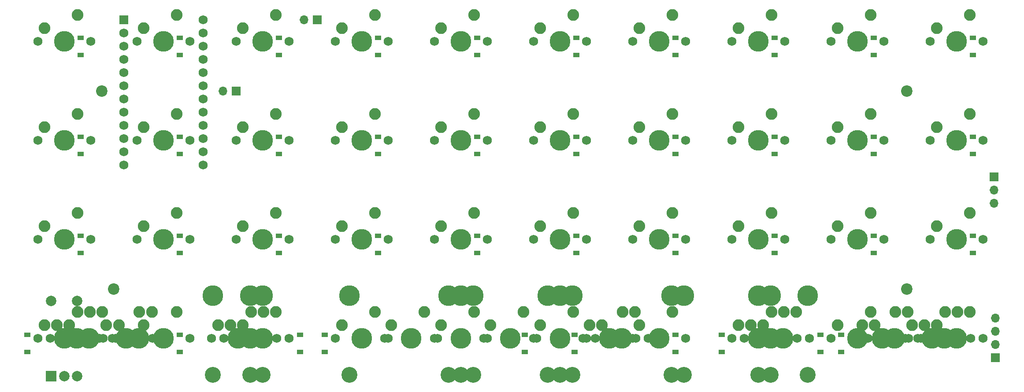
<source format=gbr>
%TF.GenerationSoftware,KiCad,Pcbnew,(6.0.4)*%
%TF.CreationDate,2022-03-28T09:41:55-07:00*%
%TF.ProjectId,Electrolytes,456c6563-7472-46f6-9c79-7465732e6b69,rev?*%
%TF.SameCoordinates,Original*%
%TF.FileFunction,Soldermask,Bot*%
%TF.FilePolarity,Negative*%
%FSLAX46Y46*%
G04 Gerber Fmt 4.6, Leading zero omitted, Abs format (unit mm)*
G04 Created by KiCad (PCBNEW (6.0.4)) date 2022-03-28 09:41:55*
%MOMM*%
%LPD*%
G01*
G04 APERTURE LIST*
%ADD10O,1.700000X1.700000*%
%ADD11R,1.700000X1.700000*%
%ADD12C,1.750000*%
%ADD13C,3.987800*%
%ADD14C,2.250000*%
%ADD15C,2.200000*%
%ADD16C,3.048000*%
%ADD17R,1.752600X1.752600*%
%ADD18C,1.752600*%
%ADD19R,2.000000X2.000000*%
%ADD20C,2.000000*%
%ADD21R,1.200000X0.900000*%
G04 APERTURE END LIST*
D10*
%TO.C,J3*%
X83949750Y-31869750D03*
D11*
X86489750Y-31869750D03*
%TD*%
D12*
%TO.C,MX3-1_0*%
X51834750Y-93185750D03*
X61994750Y-93185750D03*
D13*
X56914750Y-93185750D03*
D14*
X53104750Y-90645750D03*
X59454750Y-88105750D03*
%TD*%
D13*
%TO.C,MX7-2_5*%
X173596000Y-93185750D03*
D12*
X168516000Y-93185750D03*
X178676000Y-93185750D03*
D14*
X169786000Y-90645750D03*
X176136000Y-88105750D03*
%TD*%
D12*
%TO.C,MX4-3*%
X157244750Y-36035750D03*
D13*
X152164750Y-36035750D03*
D12*
X147084750Y-36035750D03*
D14*
X148354750Y-33495750D03*
X154704750Y-30955750D03*
%TD*%
D12*
%TO.C,MX5-1*%
X195344750Y-55085750D03*
X185184750Y-55085750D03*
D13*
X190264750Y-55085750D03*
D14*
X186454750Y-52545750D03*
X192804750Y-50005750D03*
%TD*%
D12*
%TO.C,MX3-0_0*%
X32784750Y-93185750D03*
D13*
X37864750Y-93185750D03*
D12*
X42944750Y-93185750D03*
D14*
X34054750Y-90645750D03*
X40404750Y-88105750D03*
%TD*%
D13*
%TO.C,MX5-0*%
X209314750Y-55085750D03*
D12*
X214394750Y-55085750D03*
X204234750Y-55085750D03*
D14*
X205504750Y-52545750D03*
X211854750Y-50005750D03*
%TD*%
D15*
%TO.C,H4*%
X199789750Y-83660750D03*
%TD*%
%TO.C,H3*%
X47389750Y-83660750D03*
%TD*%
D12*
%TO.C,MX6-0*%
X204234750Y-74135750D03*
X214394750Y-74135750D03*
D13*
X209314750Y-74135750D03*
D14*
X205504750Y-71595750D03*
X211854750Y-69055750D03*
%TD*%
D13*
%TO.C,MX0-4*%
X114064750Y-36035750D03*
D12*
X119144750Y-36035750D03*
X108984750Y-36035750D03*
D14*
X110254750Y-33495750D03*
X116604750Y-30955750D03*
%TD*%
D13*
%TO.C,MX1-3*%
X95014750Y-55085750D03*
D12*
X89934750Y-55085750D03*
X100094750Y-55085750D03*
D14*
X91204750Y-52545750D03*
X97554750Y-50005750D03*
%TD*%
D15*
%TO.C,H1*%
X45033750Y-45560750D03*
%TD*%
%TO.C,H2*%
X199789750Y-45560750D03*
%TD*%
D11*
%TO.C,J2*%
X216737500Y-96885750D03*
D10*
X216737500Y-94345750D03*
X216737500Y-91805750D03*
X216737500Y-89265750D03*
%TD*%
D12*
%TO.C,MX2-4*%
X108984750Y-74135750D03*
X119144750Y-74135750D03*
D13*
X114064750Y-74135750D03*
D14*
X110254750Y-71595750D03*
X116604750Y-69055750D03*
%TD*%
D12*
%TO.C,MX7-0_0*%
X214394750Y-93185750D03*
X204234750Y-93185750D03*
D13*
X209314750Y-93185750D03*
D14*
X205504750Y-90645750D03*
X211854750Y-88105750D03*
%TD*%
D13*
%TO.C,MX3-4_4*%
X173589650Y-84930750D03*
D12*
X128669750Y-93185750D03*
D13*
X73589850Y-84930750D03*
X123589750Y-93185750D03*
D16*
X173589650Y-100170750D03*
X73589850Y-100170750D03*
D12*
X118509750Y-93185750D03*
D14*
X119779750Y-90645750D03*
X126129750Y-88105750D03*
%TD*%
D12*
%TO.C,MX7-2_0*%
X166134750Y-93185750D03*
D13*
X171214750Y-93185750D03*
D12*
X176294750Y-93185750D03*
D14*
X167404750Y-90645750D03*
X173754750Y-88105750D03*
%TD*%
D12*
%TO.C,MX7-2_6*%
X181057250Y-93185750D03*
X170897250Y-93185750D03*
D13*
X175977250Y-93185750D03*
D14*
X172167250Y-90645750D03*
X178517250Y-88105750D03*
%TD*%
D13*
%TO.C,MX4-4*%
X133114750Y-36035750D03*
D12*
X138194750Y-36035750D03*
X128034750Y-36035750D03*
D14*
X129304750Y-33495750D03*
X135654750Y-30955750D03*
%TD*%
D12*
%TO.C,MX0-1*%
X61994750Y-36035750D03*
X51834750Y-36035750D03*
D13*
X56914750Y-36035750D03*
D14*
X53104750Y-33495750D03*
X59454750Y-30955750D03*
%TD*%
D12*
%TO.C,MX7-1_6*%
X202488500Y-93185750D03*
D13*
X197408500Y-93185750D03*
D12*
X192328500Y-93185750D03*
D14*
X193598500Y-90645750D03*
X199948500Y-88105750D03*
%TD*%
D13*
%TO.C,MX7-3_1*%
X171214750Y-84930750D03*
D16*
X171214750Y-100170750D03*
D13*
X152164750Y-93185750D03*
D16*
X133114750Y-100170750D03*
D12*
X147084750Y-93185750D03*
X157244750Y-93185750D03*
D13*
X133114750Y-84930750D03*
D14*
X148354750Y-90645750D03*
X154704750Y-88105750D03*
%TD*%
D13*
%TO.C,MX7-4_0*%
X154546000Y-84930750D03*
X142639750Y-93185750D03*
X130733500Y-84930750D03*
D12*
X147719750Y-93185750D03*
D16*
X130733500Y-100170750D03*
D12*
X137559750Y-93185750D03*
D16*
X154546000Y-100170750D03*
D14*
X138829750Y-90645750D03*
X145179750Y-88105750D03*
%TD*%
D13*
%TO.C,MX1-2*%
X75964750Y-55085750D03*
D12*
X70884750Y-55085750D03*
X81044750Y-55085750D03*
D14*
X72154750Y-52545750D03*
X78504750Y-50005750D03*
%TD*%
D12*
%TO.C,MX1-4*%
X119144750Y-55085750D03*
D13*
X114064750Y-55085750D03*
D12*
X108984750Y-55085750D03*
D14*
X110254750Y-52545750D03*
X116604750Y-50005750D03*
%TD*%
D12*
%TO.C,MX3-0_4*%
X35166000Y-93185750D03*
X45326000Y-93185750D03*
D13*
X40246000Y-93185750D03*
D14*
X36436000Y-90645750D03*
X42786000Y-88105750D03*
%TD*%
D12*
%TO.C,MX3-1_6*%
X54851000Y-93185750D03*
X44691000Y-93185750D03*
D13*
X49771000Y-93185750D03*
D14*
X45961000Y-90645750D03*
X52311000Y-88105750D03*
%TD*%
D12*
%TO.C,MX2-3*%
X89934750Y-74135750D03*
D13*
X95014750Y-74135750D03*
D12*
X100094750Y-74135750D03*
D14*
X91204750Y-71595750D03*
X97554750Y-69055750D03*
%TD*%
D13*
%TO.C,MX2-1*%
X56914750Y-74135750D03*
D12*
X61994750Y-74135750D03*
X51834750Y-74135750D03*
D14*
X53104750Y-71595750D03*
X59454750Y-69055750D03*
%TD*%
D13*
%TO.C,MX7-0_4*%
X206933500Y-93185750D03*
D12*
X212013500Y-93185750D03*
X201853500Y-93185750D03*
D14*
X203123500Y-90645750D03*
X209473500Y-88105750D03*
%TD*%
D12*
%TO.C,MX1-0*%
X32784750Y-55085750D03*
D13*
X37864750Y-55085750D03*
D12*
X42944750Y-55085750D03*
D14*
X34054750Y-52545750D03*
X40404750Y-50005750D03*
%TD*%
D17*
%TO.C,U1*%
X49294750Y-31869750D03*
D18*
X49294750Y-34409750D03*
X49294750Y-36949750D03*
X49294750Y-39489750D03*
X49294750Y-42029750D03*
X49294750Y-44569750D03*
X49294750Y-47109750D03*
X49294750Y-49649750D03*
X49294750Y-52189750D03*
X49294750Y-54729750D03*
X49294750Y-57269750D03*
X49294750Y-59809750D03*
X64534750Y-59809750D03*
X64534750Y-57269750D03*
X64534750Y-54729750D03*
X64534750Y-52189750D03*
X64534750Y-49649750D03*
X64534750Y-47109750D03*
X64534750Y-44569750D03*
X64534750Y-42029750D03*
X64534750Y-39489750D03*
X64534750Y-36949750D03*
X64534750Y-34409750D03*
X64534750Y-31869750D03*
%TD*%
D12*
%TO.C,MX5-3*%
X147084750Y-55085750D03*
X157244750Y-55085750D03*
D13*
X152164750Y-55085750D03*
D14*
X148354750Y-52545750D03*
X154704750Y-50005750D03*
%TD*%
D13*
%TO.C,MX7-1_0*%
X190264750Y-93185750D03*
D12*
X185184750Y-93185750D03*
X195344750Y-93185750D03*
D14*
X186454750Y-90645750D03*
X192804750Y-88105750D03*
%TD*%
D12*
%TO.C,MX4-1*%
X195344750Y-36035750D03*
D13*
X190264750Y-36035750D03*
D12*
X185184750Y-36035750D03*
D14*
X186454750Y-33495750D03*
X192804750Y-30955750D03*
%TD*%
D13*
%TO.C,MX7-0_3*%
X204552250Y-93185750D03*
D12*
X199472250Y-93185750D03*
X209632250Y-93185750D03*
D14*
X200742250Y-90645750D03*
X207092250Y-88105750D03*
%TD*%
D11*
%TO.C,J1*%
X216483500Y-62085750D03*
D10*
X216483500Y-64625750D03*
X216483500Y-67165750D03*
%TD*%
D12*
%TO.C,MX7-4_5*%
X139941000Y-93185750D03*
D16*
X133114750Y-100170750D03*
X156927250Y-100170750D03*
D12*
X150101000Y-93185750D03*
D13*
X156927250Y-84930750D03*
X133114750Y-84930750D03*
X145021000Y-93185750D03*
D14*
X141211000Y-90645750D03*
X147561000Y-88105750D03*
%TD*%
D12*
%TO.C,MX2-2*%
X70884750Y-74135750D03*
X81044750Y-74135750D03*
D13*
X75964750Y-74135750D03*
D14*
X72154750Y-71595750D03*
X78504750Y-69055750D03*
%TD*%
D13*
%TO.C,MX4-0*%
X209314750Y-36035750D03*
D12*
X204234750Y-36035750D03*
X214394750Y-36035750D03*
D14*
X205504750Y-33495750D03*
X211854750Y-30955750D03*
%TD*%
D12*
%TO.C,MX2-0*%
X42944750Y-74135750D03*
X32784750Y-74135750D03*
D13*
X37864750Y-74135750D03*
D14*
X34054750Y-71595750D03*
X40404750Y-69055750D03*
%TD*%
D12*
%TO.C,MX3-3_1*%
X100094750Y-93185750D03*
D13*
X95014750Y-93185750D03*
X75964750Y-84930750D03*
X114064750Y-84930750D03*
D16*
X114064750Y-100170750D03*
D12*
X89934750Y-93185750D03*
D16*
X75964750Y-100170750D03*
D14*
X91204750Y-90645750D03*
X97554750Y-88105750D03*
%TD*%
D12*
%TO.C,MX5-4*%
X138194750Y-55085750D03*
X128034750Y-55085750D03*
D13*
X133114750Y-55085750D03*
D14*
X129304750Y-52545750D03*
X135654750Y-50005750D03*
%TD*%
D12*
%TO.C,MX3-2_0*%
X81044750Y-93185750D03*
X70884750Y-93185750D03*
D13*
X75964750Y-93185750D03*
D14*
X72154750Y-90645750D03*
X78504750Y-88105750D03*
%TD*%
D12*
%TO.C,MX0-2*%
X81044750Y-36035750D03*
D13*
X75964750Y-36035750D03*
D12*
X70884750Y-36035750D03*
D14*
X72154750Y-33495750D03*
X78504750Y-30955750D03*
%TD*%
D11*
%TO.C,R1*%
X70925000Y-45560750D03*
D10*
X68385000Y-45560750D03*
%TD*%
D12*
%TO.C,MX3-2_6*%
X76282250Y-93185750D03*
D13*
X71202250Y-93185750D03*
D12*
X66122250Y-93185750D03*
D14*
X67392250Y-90645750D03*
X73742250Y-88105750D03*
%TD*%
D13*
%TO.C,MX1-1*%
X56914750Y-55085750D03*
D12*
X61994750Y-55085750D03*
X51834750Y-55085750D03*
D14*
X53104750Y-52545750D03*
X59454750Y-50005750D03*
%TD*%
D13*
%TO.C,MX7-4_8*%
X133114750Y-93185750D03*
D12*
X138194750Y-93185750D03*
X128034750Y-93185750D03*
D14*
X129304750Y-90645750D03*
X135654750Y-88105750D03*
%TD*%
D12*
%TO.C,MX3-4_2*%
X118509750Y-93185750D03*
D13*
X171214750Y-84930750D03*
D16*
X171214750Y-100170750D03*
D13*
X75964750Y-84930750D03*
D16*
X75964750Y-100170750D03*
D12*
X128669750Y-93185750D03*
D13*
X123589750Y-93185750D03*
D14*
X119779750Y-90645750D03*
X126129750Y-88105750D03*
%TD*%
D12*
%TO.C,MX5-2*%
X176294750Y-55085750D03*
D13*
X171214750Y-55085750D03*
D12*
X166134750Y-55085750D03*
D14*
X167404750Y-52545750D03*
X173754750Y-50005750D03*
%TD*%
D12*
%TO.C,MX6-3*%
X147084750Y-74135750D03*
D13*
X152164750Y-74135750D03*
D12*
X157244750Y-74135750D03*
D14*
X148354750Y-71595750D03*
X154704750Y-69055750D03*
%TD*%
D12*
%TO.C,MX3-2_5*%
X68503500Y-93185750D03*
D13*
X73583500Y-93185750D03*
D12*
X78663500Y-93185750D03*
D14*
X69773500Y-90645750D03*
X76123500Y-88105750D03*
%TD*%
D12*
%TO.C,MX3-4_8*%
X108984750Y-93185750D03*
X119144750Y-93185750D03*
D13*
X114064750Y-93185750D03*
D14*
X110254750Y-90645750D03*
X116604750Y-88105750D03*
%TD*%
D13*
%TO.C,MX3-3_5*%
X104539750Y-93185750D03*
D12*
X99459750Y-93185750D03*
D13*
X116446000Y-84930750D03*
D16*
X116446000Y-100170750D03*
X92633500Y-100170750D03*
D12*
X109619750Y-93185750D03*
D13*
X92633500Y-84930750D03*
D14*
X100729750Y-90645750D03*
X107079750Y-88105750D03*
%TD*%
D12*
%TO.C,MX0-0*%
X42944750Y-36035750D03*
X32784750Y-36035750D03*
D13*
X37864750Y-36035750D03*
D14*
X34054750Y-33495750D03*
X40404750Y-30955750D03*
%TD*%
D12*
%TO.C,MX4-2*%
X176294750Y-36035750D03*
D13*
X171214750Y-36035750D03*
D12*
X166134750Y-36035750D03*
D14*
X167404750Y-33495750D03*
X173754750Y-30955750D03*
%TD*%
D16*
%TO.C,MX3-4_3*%
X66439750Y-100170750D03*
D13*
X180739750Y-84930750D03*
X123589750Y-93185750D03*
D12*
X128669750Y-93185750D03*
D13*
X66439750Y-84930750D03*
D12*
X118509750Y-93185750D03*
D16*
X180739750Y-100170750D03*
D14*
X119779750Y-90645750D03*
X126129750Y-88105750D03*
%TD*%
D12*
%TO.C,MX3-1_5*%
X57232250Y-93185750D03*
D13*
X52152250Y-93185750D03*
D12*
X47072250Y-93185750D03*
D14*
X48342250Y-90645750D03*
X54692250Y-88105750D03*
%TD*%
D16*
%TO.C,MX3-4_7*%
X111683500Y-100170750D03*
D13*
X111683500Y-84930750D03*
D12*
X128669750Y-93185750D03*
D13*
X135496000Y-84930750D03*
X123589750Y-93185750D03*
D16*
X135496000Y-100170750D03*
D12*
X118509750Y-93185750D03*
D14*
X119779750Y-90645750D03*
X126129750Y-88105750D03*
%TD*%
D16*
%TO.C,MX3-3_0*%
X92633500Y-100170750D03*
D13*
X92633500Y-84930750D03*
D16*
X116446000Y-100170750D03*
D13*
X104539750Y-93185750D03*
X116446000Y-84930750D03*
D12*
X109619750Y-93185750D03*
X99459750Y-93185750D03*
D14*
X100729750Y-90645750D03*
X107079750Y-88105750D03*
%TD*%
D12*
%TO.C,MX6-1*%
X185184750Y-74135750D03*
D13*
X190264750Y-74135750D03*
D12*
X195344750Y-74135750D03*
D14*
X186454750Y-71595750D03*
X192804750Y-69055750D03*
%TD*%
D12*
%TO.C,MX6-4*%
X128034750Y-74135750D03*
D13*
X133114750Y-74135750D03*
D12*
X138194750Y-74135750D03*
D14*
X129304750Y-71595750D03*
X135654750Y-69055750D03*
%TD*%
D19*
%TO.C,SW1*%
X35364750Y-100435750D03*
D20*
X40364750Y-100435750D03*
X37864750Y-100435750D03*
X40364750Y-85935750D03*
X35364750Y-85935750D03*
%TD*%
D12*
%TO.C,MX6-2*%
X176294750Y-74135750D03*
D13*
X171214750Y-74135750D03*
D12*
X166134750Y-74135750D03*
D14*
X167404750Y-71595750D03*
X173754750Y-69055750D03*
%TD*%
D12*
%TO.C,MX0-3*%
X89934750Y-36035750D03*
D13*
X95014750Y-36035750D03*
D12*
X100094750Y-36035750D03*
D14*
X91204750Y-33495750D03*
X97554750Y-30955750D03*
%TD*%
D12*
%TO.C,MX7-1_5*%
X189947250Y-93185750D03*
X200107250Y-93185750D03*
D13*
X195027250Y-93185750D03*
D14*
X191217250Y-90645750D03*
X197567250Y-88105750D03*
%TD*%
D13*
%TO.C,MX3-0_3*%
X42627250Y-93185750D03*
D12*
X47707250Y-93185750D03*
X37547250Y-93185750D03*
D14*
X38817250Y-90645750D03*
X45167250Y-88105750D03*
%TD*%
D21*
%TO.C,D31*%
X60050000Y-95800000D03*
X60050000Y-92500000D03*
%TD*%
%TO.C,D10*%
X41000000Y-57700000D03*
X41000000Y-54400000D03*
%TD*%
%TO.C,D22*%
X79100000Y-76750000D03*
X79100000Y-73450000D03*
%TD*%
%TO.C,D33*%
X87937500Y-95800000D03*
X87937500Y-92500000D03*
%TD*%
%TO.C,D12*%
X79100000Y-57700000D03*
X79100000Y-54400000D03*
%TD*%
%TO.C,D64*%
X136250000Y-76750000D03*
X136250000Y-73450000D03*
%TD*%
%TO.C,D72*%
X164175000Y-95800000D03*
X164175000Y-92500000D03*
%TD*%
%TO.C,D51*%
X193400000Y-57700000D03*
X193400000Y-54400000D03*
%TD*%
%TO.C,D44*%
X136250000Y-38650000D03*
X136250000Y-35350000D03*
%TD*%
%TO.C,D70*%
X183150000Y-95800000D03*
X183150000Y-92500000D03*
%TD*%
%TO.C,D23*%
X98150000Y-76750000D03*
X98150000Y-73450000D03*
%TD*%
%TO.C,D14*%
X117200000Y-57700000D03*
X117200000Y-54400000D03*
%TD*%
%TO.C,D2*%
X79100000Y-38650000D03*
X79100000Y-35350000D03*
%TD*%
%TO.C,D24*%
X117200000Y-76750000D03*
X117200000Y-73450000D03*
%TD*%
%TO.C,D21*%
X60050000Y-76750000D03*
X60050000Y-73450000D03*
%TD*%
%TO.C,D4*%
X117200000Y-38650000D03*
X117200000Y-35350000D03*
%TD*%
%TO.C,D53*%
X155300000Y-57700000D03*
X155300000Y-54400000D03*
%TD*%
%TO.C,D62*%
X174350000Y-76750000D03*
X174350000Y-73450000D03*
%TD*%
%TO.C,D20*%
X41000000Y-76750000D03*
X41000000Y-73450000D03*
%TD*%
%TO.C,D71*%
X187175000Y-95800000D03*
X187175000Y-92500000D03*
%TD*%
%TO.C,D42*%
X174350000Y-38650000D03*
X174350000Y-35350000D03*
%TD*%
%TO.C,D43*%
X155300000Y-38650000D03*
X155300000Y-35350000D03*
%TD*%
%TO.C,D3*%
X98150000Y-38650000D03*
X98150000Y-35350000D03*
%TD*%
%TO.C,D30*%
X30800000Y-95800000D03*
X30800000Y-92500000D03*
%TD*%
%TO.C,D11*%
X60050000Y-57700000D03*
X60050000Y-54400000D03*
%TD*%
%TO.C,D52*%
X174350000Y-57700000D03*
X174350000Y-54400000D03*
%TD*%
%TO.C,D73*%
X155300000Y-95800000D03*
X155300000Y-92500000D03*
%TD*%
%TO.C,D34*%
X126380000Y-95800000D03*
X126380000Y-92500000D03*
%TD*%
%TO.C,D32*%
X83175000Y-95800000D03*
X83175000Y-92500000D03*
%TD*%
%TO.C,D1*%
X60050000Y-38650000D03*
X60050000Y-35350000D03*
%TD*%
%TO.C,D61*%
X193400000Y-76750000D03*
X193400000Y-73450000D03*
%TD*%
%TO.C,D60*%
X212450000Y-76750000D03*
X212450000Y-73450000D03*
%TD*%
%TO.C,D40*%
X212450000Y-38650000D03*
X212450000Y-35350000D03*
%TD*%
%TO.C,D63*%
X155300000Y-76750000D03*
X155300000Y-73450000D03*
%TD*%
%TO.C,D54*%
X136250000Y-57700000D03*
X136250000Y-54400000D03*
%TD*%
%TO.C,D13*%
X98150000Y-57700000D03*
X98150000Y-54400000D03*
%TD*%
%TO.C,D50*%
X212450000Y-57700000D03*
X212450000Y-54400000D03*
%TD*%
%TO.C,D41*%
X193400000Y-38650000D03*
X193400000Y-35350000D03*
%TD*%
%TO.C,D0*%
X41000000Y-38650000D03*
X41000000Y-35350000D03*
%TD*%
%TO.C,D74*%
X135908704Y-95800000D03*
X135908704Y-92500000D03*
%TD*%
M02*

</source>
